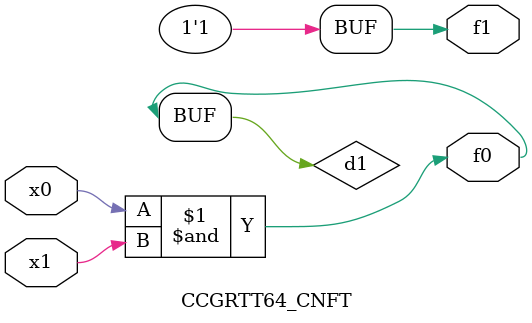
<source format=v>
module CCGRTT64_CNFT(
	input x0, x1,
	output f0, f1
);

	wire d1;

	assign f0 = d1;
	and (d1, x0, x1);
	assign f1 = 1'b1;
endmodule

</source>
